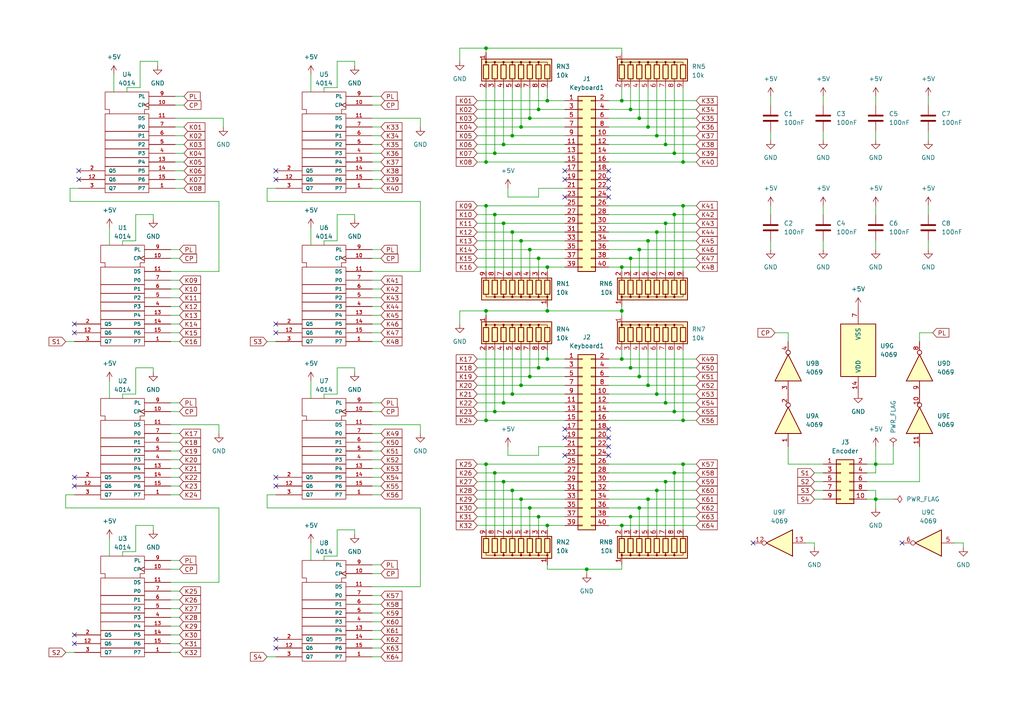
<source format=kicad_sch>
(kicad_sch (version 20211123) (generator eeschema)
  (paper "A4")
  (lib_symbols
    (symbol "4xxx:4069" (pin_names (offset 1.016))
      (property "Reference" "U" (at 0 1.27 0))
      (property "Value" "4069" (at 0 -1.27 0))
      (symbol "4069_1_0"
        (pin input line (at -7.62 0 0) (length 3.81) (name "~") (number "1"))
        (pin output inverted (at 7.62 0 180) (length 3.81) (name "~") (number "2"))
      )
      (symbol "4069_2_0"
        (pin input line (at -7.62 0 0) (length 3.81) (name "~") (number "3"))
        (pin output inverted (at 7.62 0 180) (length 3.81) (name "~") (number "4"))
      )
      (symbol "4069_3_0"
        (pin input line (at -7.62 0 0) (length 3.81) (name "~") (number "5"))
        (pin output inverted (at 7.62 0 180) (length 3.81) (name "~") (number "6"))
      )
      (symbol "4069_4_0"
        (pin output inverted (at 7.62 0 180) (length 3.81) (name "~") (number "8"))
        (pin input line (at -7.62 0 0) (length 3.81) (name "~") (number "9"))
      )
      (symbol "4069_5_0"
        (pin output inverted (at 7.62 0 180) (length 3.81) (name "~") (number "10"))
        (pin input line (at -7.62 0 0) (length 3.81) (name "~") (number "11"))
      )
      (symbol "4069_6_0"
        (pin output inverted (at 7.62 0 180) (length 3.81) (name "~") (number "12"))
        (pin input line (at -7.62 0 0) (length 3.81) (name "~") (number "13"))
      )
      (symbol "4069_7_0"
        (pin power_in line (at 0 12.7 270) (length 5.08) (name "VDD") (number "14"))
        (pin power_in line (at 0 -12.7 90) (length 5.08) (name "VSS") (number "7"))
      )
    )
    (symbol "4xxx_IEEE:4014" (pin_names (offset 1.016))
      (property "Reference" "U" (at 7.62 7.62 0))
      (property "Value" "4014" (at 7.62 -21.59 0))
      (symbol "4014_1_1"
        (pin input line (at -13.97 -19.05 0) (length 7.62) (name "P7") (number "1"))
        (pin output clock (at -13.97 5.08 0) (length 7.62) (name "CP") (number "10"))
        (pin output line (at -13.97 1.27 0) (length 7.62) (name "DS") (number "11"))
        (pin output line (at 13.97 -16.51 180) (length 7.62) (name "Q6") (number "12"))
        (pin input line (at -13.97 -11.43 0) (length 7.62) (name "P4") (number "13"))
        (pin input line (at -13.97 -13.97 0) (length 7.62) (name "P5") (number "14"))
        (pin input line (at -13.97 -16.51 0) (length 7.62) (name "P6") (number "15"))
        (pin power_in line (at 3.81 8.89 270) (length 0) hide (name "Vdd") (number "16"))
        (pin output line (at 13.97 -13.97 180) (length 7.62) (name "Q5") (number "2"))
        (pin output line (at 13.97 -19.05 180) (length 7.62) (name "Q7") (number "3"))
        (pin input line (at -13.97 -8.89 0) (length 7.62) (name "P3") (number "4"))
        (pin input line (at -13.97 -6.35 0) (length 7.62) (name "P2") (number "5"))
        (pin input line (at -13.97 -3.81 0) (length 7.62) (name "P1") (number "6"))
        (pin input line (at -13.97 -1.27 0) (length 7.62) (name "P0") (number "7"))
        (pin power_in line (at 0 8.89 270) (length 0) hide (name "Vss") (number "8"))
        (pin output line (at -13.97 7.62 0) (length 7.62) (name "PL") (number "9"))
      )
    )
    (symbol "Connector_Generic:Conn_02x05_Odd_Even" (pin_names (offset 1.016) hide)
      (property "Reference" "J" (at 1.27 7.62 0))
      (property "Value" "Conn_02x05_Odd_Even" (at 1.27 -7.62 0))
      (symbol "Conn_02x05_Odd_Even_1_1"
        (pin passive line (at -5.08 5.08 0) (length 3.81) (name "Pin_1") (number "1"))
        (pin passive line (at 7.62 -5.08 180) (length 3.81) (name "Pin_10") (number "10"))
        (pin passive line (at 7.62 5.08 180) (length 3.81) (name "Pin_2") (number "2"))
        (pin passive line (at -5.08 2.54 0) (length 3.81) (name "Pin_3") (number "3"))
        (pin passive line (at 7.62 2.54 180) (length 3.81) (name "Pin_4") (number "4"))
        (pin passive line (at -5.08 0 0) (length 3.81) (name "Pin_5") (number "5"))
        (pin passive line (at 7.62 0 180) (length 3.81) (name "Pin_6") (number "6"))
        (pin passive line (at -5.08 -2.54 0) (length 3.81) (name "Pin_7") (number "7"))
        (pin passive line (at 7.62 -2.54 180) (length 3.81) (name "Pin_8") (number "8"))
        (pin passive line (at -5.08 -5.08 0) (length 3.81) (name "Pin_9") (number "9"))
      )
    )
    (symbol "Connector_Generic:Conn_02x20_Odd_Even" (pin_names (offset 1.016) hide)
      (property "Reference" "J" (at 1.27 25.4 0))
      (property "Value" "Conn_02x20_Odd_Even" (at 1.27 -27.94 0))
      (symbol "Conn_02x20_Odd_Even_1_1"
        (pin passive line (at -5.08 22.86 0) (length 3.81) (name "Pin_1") (number "1"))
        (pin passive line (at 7.62 12.7 180) (length 3.81) (name "Pin_10") (number "10"))
        (pin passive line (at -5.08 10.16 0) (length 3.81) (name "Pin_11") (number "11"))
        (pin passive line (at 7.62 10.16 180) (length 3.81) (name "Pin_12") (number "12"))
        (pin passive line (at -5.08 7.62 0) (length 3.81) (name "Pin_13") (number "13"))
        (pin passive line (at 7.62 7.62 180) (length 3.81) (name "Pin_14") (number "14"))
        (pin passive line (at -5.08 5.08 0) (length 3.81) (name "Pin_15") (number "15"))
        (pin passive line (at 7.62 5.08 180) (length 3.81) (name "Pin_16") (number "16"))
        (pin passive line (at -5.08 2.54 0) (length 3.81) (name "Pin_17") (number "17"))
        (pin passive line (at 7.62 2.54 180) (length 3.81) (name "Pin_18") (number "18"))
        (pin passive line (at -5.08 0 0) (length 3.81) (name "Pin_19") (number "19"))
        (pin passive line (at 7.62 22.86 180) (length 3.81) (name "Pin_2") (number "2"))
        (pin passive line (at 7.62 0 180) (length 3.81) (name "Pin_20") (number "20"))
        (pin passive line (at -5.08 -2.54 0) (length 3.81) (name "Pin_21") (number "21"))
        (pin passive line (at 7.62 -2.54 180) (length 3.81) (name "Pin_22") (number "22"))
        (pin passive line (at -5.08 -5.08 0) (length 3.81) (name "Pin_23") (number "23"))
        (pin passive line (at 7.62 -5.08 180) (length 3.81) (name "Pin_24") (number "24"))
        (pin passive line (at -5.08 -7.62 0) (length 3.81) (name "Pin_25") (number "25"))
        (pin passive line (at 7.62 -7.62 180) (length 3.81) (name "Pin_26") (number "26"))
        (pin passive line (at -5.08 -10.16 0) (length 3.81) (name "Pin_27") (number "27"))
        (pin passive line (at 7.62 -10.16 180) (length 3.81) (name "Pin_28") (number "28"))
        (pin passive line (at -5.08 -12.7 0) (length 3.81) (name "Pin_29") (number "29"))
        (pin passive line (at -5.08 20.32 0) (length 3.81) (name "Pin_3") (number "3"))
        (pin passive line (at 7.62 -12.7 180) (length 3.81) (name "Pin_30") (number "30"))
        (pin passive line (at -5.08 -15.24 0) (length 3.81) (name "Pin_31") (number "31"))
        (pin passive line (at 7.62 -15.24 180) (length 3.81) (name "Pin_32") (number "32"))
        (pin passive line (at -5.08 -17.78 0) (length 3.81) (name "Pin_33") (number "33"))
        (pin passive line (at 7.62 -17.78 180) (length 3.81) (name "Pin_34") (number "34"))
        (pin passive line (at -5.08 -20.32 0) (length 3.81) (name "Pin_35") (number "35"))
        (pin passive line (at 7.62 -20.32 180) (length 3.81) (name "Pin_36") (number "36"))
        (pin passive line (at -5.08 -22.86 0) (length 3.81) (name "Pin_37") (number "37"))
        (pin passive line (at 7.62 -22.86 180) (length 3.81) (name "Pin_38") (number "38"))
        (pin passive line (at -5.08 -25.4 0) (length 3.81) (name "Pin_39") (number "39"))
        (pin passive line (at 7.62 20.32 180) (length 3.81) (name "Pin_4") (number "4"))
        (pin passive line (at 7.62 -25.4 180) (length 3.81) (name "Pin_40") (number "40"))
        (pin passive line (at -5.08 17.78 0) (length 3.81) (name "Pin_5") (number "5"))
        (pin passive line (at 7.62 17.78 180) (length 3.81) (name "Pin_6") (number "6"))
        (pin passive line (at -5.08 15.24 0) (length 3.81) (name "Pin_7") (number "7"))
        (pin passive line (at 7.62 15.24 180) (length 3.81) (name "Pin_8") (number "8"))
        (pin passive line (at -5.08 12.7 0) (length 3.81) (name "Pin_9") (number "9"))
      )
    )
    (symbol "Device:C" (pin_numbers hide) (pin_names (offset 0.254))
      (property "Reference" "C" (at 0.635 2.54 0))
      (property "Value" "C" (at 0.635 -2.54 0))
      (symbol "C_1_1"
        (pin passive line (at 0 3.81 270) (length 2.794) (name "~") (number "1"))
        (pin passive line (at 0 -3.81 90) (length 2.794) (name "~") (number "2"))
      )
    )
    (symbol "Device:R_Network08" (pin_names (offset 0) hide)
      (property "Reference" "RN" (at -12.7 0 90))
      (property "Value" "R_Network08" (at 10.16 0 90))
      (symbol "R_Network08_1_1"
        (pin passive line (at -10.16 5.08 270) (length 2.54) (name "common") (number "1"))
        (pin passive line (at -10.16 -5.08 90) (length 1.27) (name "R1") (number "2"))
        (pin passive line (at -7.62 -5.08 90) (length 1.27) (name "R2") (number "3"))
        (pin passive line (at -5.08 -5.08 90) (length 1.27) (name "R3") (number "4"))
        (pin passive line (at -2.54 -5.08 90) (length 1.27) (name "R4") (number "5"))
        (pin passive line (at 0 -5.08 90) (length 1.27) (name "R5") (number "6"))
        (pin passive line (at 2.54 -5.08 90) (length 1.27) (name "R6") (number "7"))
        (pin passive line (at 5.08 -5.08 90) (length 1.27) (name "R7") (number "8"))
        (pin passive line (at 7.62 -5.08 90) (length 1.27) (name "R8") (number "9"))
      )
    )
    (symbol "power:+5V" (power) (pin_names (offset 0))
      (property "Value" "+5V" (at 0 3.556 0))
      (symbol "+5V_1_1"
        (pin power_in line (at 0 0 90) (length 0) hide (name "+5V") (number "1"))
      )
    )
    (symbol "power:GND" (power) (pin_names (offset 0))
      (property "Value" "GND" (at 0 -3.81 0))
      (symbol "GND_1_1"
        (pin power_in line (at 0 0 270) (length 0) hide (name "GND") (number "1"))
      )
    )
    (symbol "power:PWR_FLAG" (power) (pin_numbers hide) (pin_names (offset 0) hide)
      (property "Value" "PWR_FLAG" (at 0 3.81 0))
      (symbol "PWR_FLAG_0_0"
        (pin power_out line (at 0 0 90) (length 0) (name "pwr") (number "1"))
      )
    )
  )
  (junction (at 156.21 149.86))
  (junction (at 195.58 62.23))
  (junction (at 198.12 46.99))
  (junction (at 158.75 104.14))
  (junction (at 193.04 64.77))
  (junction (at 148.59 142.24))
  (junction (at 180.34 29.21))
  (junction (at 158.75 90.17))
  (junction (at 156.21 74.93))
  (junction (at 195.58 137.16))
  (junction (at 143.51 119.38))
  (junction (at 195.58 119.38))
  (junction (at 182.88 149.86))
  (junction (at 151.13 36.83))
  (junction (at 153.67 147.32))
  (junction (at 185.42 109.22))
  (junction (at 185.42 72.39))
  (junction (at 170.18 165.1))
  (junction (at 190.5 67.31))
  (junction (at 146.05 41.91))
  (junction (at 198.12 59.69))
  (junction (at 187.96 111.76))
  (junction (at 143.51 137.16))
  (junction (at 254 134.62))
  (junction (at 190.5 39.37))
  (junction (at 185.42 147.32))
  (junction (at 143.51 62.23))
  (junction (at 140.97 59.69))
  (junction (at 151.13 111.76))
  (junction (at 143.51 44.45))
  (junction (at 151.13 144.78))
  (junction (at 190.5 114.3))
  (junction (at 190.5 142.24))
  (junction (at 193.04 116.84))
  (junction (at 187.96 144.78))
  (junction (at 195.58 44.45))
  (junction (at 180.34 152.4))
  (junction (at 153.67 34.29))
  (junction (at 185.42 34.29))
  (junction (at 148.59 39.37))
  (junction (at 153.67 72.39))
  (junction (at 182.88 31.75))
  (junction (at 156.21 106.68))
  (junction (at 158.75 152.4))
  (junction (at 146.05 64.77))
  (junction (at 182.88 106.68))
  (junction (at 158.75 29.21))
  (junction (at 193.04 139.7))
  (junction (at 158.75 77.47))
  (junction (at 148.59 67.31))
  (junction (at 146.05 116.84))
  (junction (at 198.12 121.92))
  (junction (at 140.97 46.99))
  (junction (at 146.05 139.7))
  (junction (at 156.21 31.75))
  (junction (at 140.97 134.62))
  (junction (at 148.59 114.3))
  (junction (at 254 144.78))
  (junction (at 187.96 36.83))
  (junction (at 187.96 69.85))
  (junction (at 153.67 109.22))
  (junction (at 140.97 90.17))
  (junction (at 180.34 90.17))
  (junction (at 180.34 77.47))
  (junction (at 140.97 121.92))
  (junction (at 180.34 104.14))
  (junction (at 151.13 69.85))
  (junction (at 198.12 134.62))
  (junction (at 182.88 74.93))
  (junction (at 193.04 41.91))
  (junction (at 140.97 13.97))
  (no_connect (at 80.01 93.98))
  (no_connect (at 80.01 138.43))
  (no_connect (at 80.01 140.97))
  (no_connect (at 261.62 157.48))
  (no_connect (at 218.44 157.48))
  (no_connect (at 21.59 96.52))
  (no_connect (at 163.83 57.15))
  (no_connect (at 163.83 49.53))
  (no_connect (at 163.83 52.07))
  (no_connect (at 176.53 57.15))
  (no_connect (at 176.53 54.61))
  (no_connect (at 176.53 49.53))
  (no_connect (at 176.53 124.46))
  (no_connect (at 176.53 132.08))
  (no_connect (at 176.53 129.54))
  (no_connect (at 163.83 124.46))
  (no_connect (at 163.83 127))
  (no_connect (at 163.83 132.08))
  (no_connect (at 22.86 52.07))
  (no_connect (at 22.86 49.53))
  (no_connect (at 80.01 52.07))
  (no_connect (at 80.01 185.42))
  (no_connect (at 21.59 93.98))
  (no_connect (at 80.01 49.53))
  (no_connect (at 176.53 127))
  (no_connect (at 80.01 187.96))
  (no_connect (at 21.59 186.69))
  (no_connect (at 80.01 96.52))
  (no_connect (at 21.59 138.43))
  (no_connect (at 21.59 184.15))
  (no_connect (at 21.59 140.97))
  (no_connect (at 176.53 52.07))
  (wire (pts (xy 50.8 46.99) (xy 53.34 46.99)))
  (wire (pts (xy 107.95 91.44) (xy 110.49 91.44)))
  (wire (pts (xy 40.64 17.78) (xy 45.72 17.78)))
  (wire (pts (xy 50.8 27.94) (xy 53.34 27.94)))
  (wire (pts (xy 80.01 54.61) (xy 77.47 54.61)))
  (wire (pts (xy 107.95 143.51) (xy 110.49 143.51)))
  (wire (pts (xy 49.53 176.53) (xy 52.07 176.53)))
  (wire (pts (xy 176.53 144.78) (xy 187.96 144.78)))
  (wire (pts (xy 187.96 111.76) (xy 201.93 111.76)))
  (wire (pts (xy 158.75 153.67) (xy 158.75 152.4)))
  (wire (pts (xy 195.58 62.23) (xy 201.93 62.23)))
  (wire (pts (xy 180.34 77.47) (xy 176.53 77.47)))
  (wire (pts (xy 193.04 116.84) (xy 201.93 116.84)))
  (wire (pts (xy 269.24 38.1) (xy 269.24 40.64)))
  (wire (pts (xy 107.95 138.43) (xy 110.49 138.43)))
  (wire (pts (xy 93.98 161.29) (xy 97.79 161.29)))
  (wire (pts (xy 195.58 78.74) (xy 195.58 62.23)))
  (wire (pts (xy 77.47 54.61) (xy 77.47 58.42)))
  (wire (pts (xy 190.5 67.31) (xy 176.53 67.31)))
  (wire (pts (xy 163.83 121.92) (xy 140.97 121.92)))
  (wire (pts (xy 107.95 27.94) (xy 110.49 27.94)))
  (wire (pts (xy 170.18 165.1) (xy 158.75 165.1)))
  (wire (pts (xy 49.53 123.19) (xy 63.5 123.19)))
  (wire (pts (xy 187.96 69.85) (xy 201.93 69.85)))
  (wire (pts (xy 49.53 184.15) (xy 52.07 184.15)))
  (wire (pts (xy 153.67 34.29) (xy 153.67 25.4)))
  (wire (pts (xy 251.46 139.7) (xy 266.7 139.7)))
  (wire (pts (xy 107.95 99.06) (xy 110.49 99.06)))
  (wire (pts (xy 138.43 46.99) (xy 140.97 46.99)))
  (wire (pts (xy 50.8 30.48) (xy 53.34 30.48)))
  (wire (pts (xy 97.79 69.85) (xy 97.79 62.23)))
  (wire (pts (xy 107.95 140.97) (xy 110.49 140.97)))
  (wire (pts (xy 49.53 99.06) (xy 52.07 99.06)))
  (wire (pts (xy 138.43 29.21) (xy 158.75 29.21)))
  (wire (pts (xy 63.5 147.32) (xy 63.5 168.91)))
  (wire (pts (xy 254 144.78) (xy 251.46 144.78)))
  (wire (pts (xy 254 144.78) (xy 259.08 144.78)))
  (wire (pts (xy 180.34 90.17) (xy 180.34 88.9)))
  (wire (pts (xy 80.01 143.51) (xy 77.47 143.51)))
  (wire (pts (xy 156.21 106.68) (xy 156.21 101.6)))
  (wire (pts (xy 138.43 109.22) (xy 153.67 109.22)))
  (wire (pts (xy 176.53 104.14) (xy 180.34 104.14)))
  (wire (pts (xy 138.43 139.7) (xy 146.05 139.7)))
  (wire (pts (xy 49.53 173.99) (xy 52.07 173.99)))
  (wire (pts (xy 19.05 143.51) (xy 19.05 147.32)))
  (wire (pts (xy 176.53 31.75) (xy 182.88 31.75)))
  (wire (pts (xy 185.42 34.29) (xy 201.93 34.29)))
  (wire (pts (xy 187.96 111.76) (xy 187.96 101.6)))
  (wire (pts (xy 107.95 39.37) (xy 110.49 39.37)))
  (wire (pts (xy 138.43 62.23) (xy 143.51 62.23)))
  (wire (pts (xy 107.95 190.5) (xy 110.49 190.5)))
  (wire (pts (xy 185.42 109.22) (xy 201.93 109.22)))
  (wire (pts (xy 187.96 144.78) (xy 187.96 153.67)))
  (wire (pts (xy 49.53 165.1) (xy 52.07 165.1)))
  (wire (pts (xy 36.83 26.67) (xy 36.83 25.4)))
  (wire (pts (xy 146.05 41.91) (xy 146.05 25.4)))
  (wire (pts (xy 156.21 31.75) (xy 156.21 25.4)))
  (wire (pts (xy 193.04 64.77) (xy 201.93 64.77)))
  (wire (pts (xy 198.12 134.62) (xy 198.12 153.67)))
  (wire (pts (xy 35.56 71.12) (xy 35.56 69.85)))
  (wire (pts (xy 138.43 64.77) (xy 146.05 64.77)))
  (wire (pts (xy 266.7 96.52) (xy 270.51 96.52)))
  (wire (pts (xy 163.83 36.83) (xy 151.13 36.83)))
  (wire (pts (xy 236.22 142.24) (xy 238.76 142.24)))
  (wire (pts (xy 40.64 25.4) (xy 40.64 17.78)))
  (wire (pts (xy 138.43 121.92) (xy 140.97 121.92)))
  (wire (pts (xy 195.58 62.23) (xy 176.53 62.23)))
  (wire (pts (xy 269.24 27.94) (xy 269.24 30.48)))
  (wire (pts (xy 140.97 121.92) (xy 140.97 101.6)))
  (wire (pts (xy 251.46 142.24) (xy 254 142.24)))
  (wire (pts (xy 107.95 166.37) (xy 110.49 166.37)))
  (wire (pts (xy 49.53 130.81) (xy 52.07 130.81)))
  (wire (pts (xy 90.17 110.49) (xy 90.17 115.57)))
  (wire (pts (xy 50.8 52.07) (xy 53.34 52.07)))
  (wire (pts (xy 236.22 139.7) (xy 238.76 139.7)))
  (wire (pts (xy 266.7 99.06) (xy 266.7 96.52)))
  (wire (pts (xy 158.75 78.74) (xy 158.75 77.47)))
  (wire (pts (xy 138.43 41.91) (xy 146.05 41.91)))
  (wire (pts (xy 254 38.1) (xy 254 40.64)))
  (wire (pts (xy 138.43 104.14) (xy 158.75 104.14)))
  (wire (pts (xy 143.51 44.45) (xy 143.51 25.4)))
  (wire (pts (xy 236.22 157.48) (xy 233.68 157.48)))
  (wire (pts (xy 44.45 62.23) (xy 44.45 63.5)))
  (wire (pts (xy 138.43 69.85) (xy 151.13 69.85)))
  (wire (pts (xy 254 142.24) (xy 254 144.78)))
  (wire (pts (xy 107.95 172.72) (xy 110.49 172.72)))
  (wire (pts (xy 133.35 17.78) (xy 133.35 13.97)))
  (wire (pts (xy 223.52 27.94) (xy 223.52 30.48)))
  (wire (pts (xy 180.34 152.4) (xy 201.93 152.4)))
  (wire (pts (xy 97.79 161.29) (xy 97.79 153.67)))
  (wire (pts (xy 153.67 147.32) (xy 163.83 147.32)))
  (wire (pts (xy 176.53 147.32) (xy 185.42 147.32)))
  (wire (pts (xy 80.01 99.06) (xy 77.47 99.06)))
  (wire (pts (xy 176.53 137.16) (xy 195.58 137.16)))
  (wire (pts (xy 140.97 134.62) (xy 163.83 134.62)))
  (wire (pts (xy 187.96 69.85) (xy 187.96 78.74)))
  (wire (pts (xy 193.04 139.7) (xy 193.04 153.67)))
  (wire (pts (xy 143.51 119.38) (xy 143.51 101.6)))
  (wire (pts (xy 238.76 69.85) (xy 238.76 72.39)))
  (wire (pts (xy 201.93 106.68) (xy 182.88 106.68)))
  (wire (pts (xy 107.95 116.84) (xy 110.49 116.84)))
  (wire (pts (xy 121.92 78.74) (xy 107.95 78.74)))
  (wire (pts (xy 107.95 52.07) (xy 110.49 52.07)))
  (wire (pts (xy 185.42 109.22) (xy 185.42 101.6)))
  (wire (pts (xy 140.97 13.97) (xy 180.34 13.97)))
  (wire (pts (xy 163.83 111.76) (xy 151.13 111.76)))
  (wire (pts (xy 151.13 78.74) (xy 151.13 69.85)))
  (wire (pts (xy 228.6 129.54) (xy 228.6 134.62)))
  (wire (pts (xy 156.21 132.08) (xy 156.21 129.54)))
  (wire (pts (xy 170.18 165.1) (xy 170.18 166.37)))
  (wire (pts (xy 50.8 39.37) (xy 53.34 39.37)))
  (wire (pts (xy 107.95 44.45) (xy 110.49 44.45)))
  (wire (pts (xy 201.93 44.45) (xy 195.58 44.45)))
  (wire (pts (xy 21.59 143.51) (xy 19.05 143.51)))
  (wire (pts (xy 138.43 106.68) (xy 156.21 106.68)))
  (wire (pts (xy 182.88 149.86) (xy 201.93 149.86)))
  (wire (pts (xy 97.79 62.23) (xy 102.87 62.23)))
  (wire (pts (xy 190.5 67.31) (xy 201.93 67.31)))
  (wire (pts (xy 77.47 58.42) (xy 121.92 58.42)))
  (wire (pts (xy 138.43 74.93) (xy 156.21 74.93)))
  (wire (pts (xy 20.32 54.61) (xy 20.32 58.42)))
  (wire (pts (xy 163.83 41.91) (xy 146.05 41.91)))
  (wire (pts (xy 163.83 46.99) (xy 140.97 46.99)))
  (wire (pts (xy 187.96 36.83) (xy 201.93 36.83)))
  (wire (pts (xy 279.4 158.75) (xy 279.4 157.48)))
  (wire (pts (xy 140.97 153.67) (xy 140.97 134.62)))
  (wire (pts (xy 107.95 36.83) (xy 110.49 36.83)))
  (wire (pts (xy 77.47 143.51) (xy 77.47 147.32)))
  (wire (pts (xy 198.12 121.92) (xy 201.93 121.92)))
  (wire (pts (xy 49.53 181.61) (xy 52.07 181.61)))
  (wire (pts (xy 223.52 38.1) (xy 223.52 40.64)))
  (wire (pts (xy 182.88 31.75) (xy 182.88 25.4)))
  (wire (pts (xy 176.53 29.21) (xy 180.34 29.21)))
  (wire (pts (xy 107.95 86.36) (xy 110.49 86.36)))
  (wire (pts (xy 138.43 144.78) (xy 151.13 144.78)))
  (wire (pts (xy 143.51 62.23) (xy 163.83 62.23)))
  (wire (pts (xy 93.98 115.57) (xy 93.98 114.3)))
  (wire (pts (xy 148.59 142.24) (xy 163.83 142.24)))
  (wire (pts (xy 163.83 116.84) (xy 146.05 116.84)))
  (wire (pts (xy 49.53 86.36) (xy 52.07 86.36)))
  (wire (pts (xy 228.6 96.52) (xy 224.79 96.52)))
  (wire (pts (xy 180.34 29.21) (xy 201.93 29.21)))
  (wire (pts (xy 33.02 21.59) (xy 33.02 26.67)))
  (wire (pts (xy 195.58 101.6) (xy 195.58 119.38)))
  (wire (pts (xy 49.53 119.38) (xy 52.07 119.38)))
  (wire (pts (xy 107.95 34.29) (xy 121.92 34.29)))
  (wire (pts (xy 198.12 59.69) (xy 201.93 59.69)))
  (wire (pts (xy 182.88 74.93) (xy 201.93 74.93)))
  (wire (pts (xy 195.58 153.67) (xy 195.58 137.16)))
  (wire (pts (xy 254 134.62) (xy 251.46 134.62)))
  (wire (pts (xy 138.43 36.83) (xy 151.13 36.83)))
  (wire (pts (xy 259.08 129.54) (xy 259.08 134.62)))
  (wire (pts (xy 138.43 134.62) (xy 140.97 134.62)))
  (wire (pts (xy 107.95 187.96) (xy 110.49 187.96)))
  (wire (pts (xy 50.8 41.91) (xy 53.34 41.91)))
  (wire (pts (xy 138.43 34.29) (xy 153.67 34.29)))
  (wire (pts (xy 143.51 78.74) (xy 143.51 62.23)))
  (wire (pts (xy 97.79 106.68) (xy 102.87 106.68)))
  (wire (pts (xy 21.59 99.06) (xy 19.05 99.06)))
  (wire (pts (xy 50.8 54.61) (xy 53.34 54.61)))
  (wire (pts (xy 193.04 41.91) (xy 201.93 41.91)))
  (wire (pts (xy 279.4 157.48) (xy 276.86 157.48)))
  (wire (pts (xy 158.75 90.17) (xy 180.34 90.17)))
  (wire (pts (xy 140.97 46.99) (xy 140.97 25.4)))
  (wire (pts (xy 156.21 57.15) (xy 156.21 54.61)))
  (wire (pts (xy 49.53 96.52) (xy 52.07 96.52)))
  (wire (pts (xy 182.88 101.6) (xy 182.88 106.68)))
  (wire (pts (xy 254 137.16) (xy 254 134.62)))
  (wire (pts (xy 97.79 17.78) (xy 102.87 17.78)))
  (wire (pts (xy 97.79 153.67) (xy 102.87 153.67)))
  (wire (pts (xy 49.53 83.82) (xy 52.07 83.82)))
  (wire (pts (xy 236.22 144.78) (xy 238.76 144.78)))
  (wire (pts (xy 49.53 72.39) (xy 52.07 72.39)))
  (wire (pts (xy 140.97 90.17) (xy 158.75 90.17)))
  (wire (pts (xy 138.43 44.45) (xy 143.51 44.45)))
  (wire (pts (xy 148.59 78.74) (xy 148.59 67.31)))
  (wire (pts (xy 251.46 137.16) (xy 254 137.16)))
  (wire (pts (xy 236.22 137.16) (xy 238.76 137.16)))
  (wire (pts (xy 93.98 25.4) (xy 97.79 25.4)))
  (wire (pts (xy 156.21 153.67) (xy 156.21 149.86)))
  (wire (pts (xy 163.83 44.45) (xy 143.51 44.45)))
  (wire (pts (xy 156.21 54.61) (xy 163.83 54.61)))
  (wire (pts (xy 153.67 153.67) (xy 153.67 147.32)))
  (wire (pts (xy 176.53 134.62) (xy 198.12 134.62)))
  (wire (pts (xy 49.53 116.84) (xy 52.07 116.84)))
  (wire (pts (xy 147.32 57.15) (xy 156.21 57.15)))
  (wire (pts (xy 176.53 114.3) (xy 190.5 114.3)))
  (wire (pts (xy 107.95 81.28) (xy 110.49 81.28)))
  (wire (pts (xy 35.56 69.85) (xy 39.37 69.85)))
  (wire (pts (xy 176.53 152.4) (xy 180.34 152.4)))
  (wire (pts (xy 80.01 190.5) (xy 77.47 190.5)))
  (wire (pts (xy 107.95 119.38) (xy 110.49 119.38)))
  (wire (pts (xy 254 147.32) (xy 254 144.78)))
  (wire (pts (xy 146.05 64.77) (xy 163.83 64.77)))
  (wire (pts (xy 49.53 125.73) (xy 52.07 125.73)))
  (wire (pts (xy 102.87 153.67) (xy 102.87 154.94)))
  (wire (pts (xy 50.8 44.45) (xy 53.34 44.45)))
  (wire (pts (xy 143.51 153.67) (xy 143.51 137.16)))
  (wire (pts (xy 64.77 36.83) (xy 64.77 34.29)))
  (wire (pts (xy 107.95 72.39) (xy 110.49 72.39)))
  (wire (pts (xy 49.53 91.44) (xy 52.07 91.44)))
  (wire (pts (xy 138.43 111.76) (xy 151.13 111.76)))
  (wire (pts (xy 49.53 74.93) (xy 52.07 74.93)))
  (wire (pts (xy 97.79 114.3) (xy 97.79 106.68)))
  (wire (pts (xy 138.43 39.37) (xy 148.59 39.37)))
  (wire (pts (xy 107.95 74.93) (xy 110.49 74.93)))
  (wire (pts (xy 107.95 54.61) (xy 110.49 54.61)))
  (wire (pts (xy 49.53 128.27) (xy 52.07 128.27)))
  (wire (pts (xy 176.53 46.99) (xy 198.12 46.99)))
  (wire (pts (xy 49.53 179.07) (xy 52.07 179.07)))
  (wire (pts (xy 39.37 160.02) (xy 39.37 152.4)))
  (wire (pts (xy 163.83 104.14) (xy 158.75 104.14)))
  (wire (pts (xy 107.95 135.89) (xy 110.49 135.89)))
  (wire (pts (xy 153.67 109.22) (xy 153.67 101.6)))
  (wire (pts (xy 49.53 135.89) (xy 52.07 135.89)))
  (wire (pts (xy 254 59.69) (xy 254 62.23)))
  (wire (pts (xy 138.43 31.75) (xy 156.21 31.75)))
  (wire (pts (xy 259.08 134.62) (xy 254 134.62)))
  (wire (pts (xy 176.53 149.86) (xy 182.88 149.86)))
  (wire (pts (xy 176.53 116.84) (xy 193.04 116.84)))
  (wire (pts (xy 49.53 138.43) (xy 52.07 138.43)))
  (wire (pts (xy 147.32 132.08) (xy 156.21 132.08)))
  (wire (pts (xy 35.56 115.57) (xy 35.56 114.3)))
  (wire (pts (xy 138.43 116.84) (xy 146.05 116.84)))
  (wire (pts (xy 50.8 49.53) (xy 53.34 49.53)))
  (wire (pts (xy 146.05 153.67) (xy 146.05 139.7)))
  (wire (pts (xy 185.42 153.67) (xy 185.42 147.32)))
  (wire (pts (xy 50.8 34.29) (xy 64.77 34.29)))
  (wire (pts (xy 193.04 139.7) (xy 201.93 139.7)))
  (wire (pts (xy 107.95 83.82) (xy 110.49 83.82)))
  (wire (pts (xy 93.98 26.67) (xy 93.98 25.4)))
  (wire (pts (xy 238.76 27.94) (xy 238.76 30.48)))
  (wire (pts (xy 44.45 152.4) (xy 44.45 153.67)))
  (wire (pts (xy 107.95 88.9) (xy 110.49 88.9)))
  (wire (pts (xy 195.58 137.16) (xy 201.93 137.16)))
  (wire (pts (xy 138.43 119.38) (xy 143.51 119.38)))
  (wire (pts (xy 198.12 121.92) (xy 198.12 101.6)))
  (wire (pts (xy 190.5 142.24) (xy 201.93 142.24)))
  (wire (pts (xy 254 129.54) (xy 254 134.62)))
  (wire (pts (xy 39.37 106.68) (xy 44.45 106.68)))
  (wire (pts (xy 195.58 119.38) (xy 201.93 119.38)))
  (wire (pts (xy 31.75 110.49) (xy 31.75 115.57)))
  (wire (pts (xy 254 27.94) (xy 254 30.48)))
  (wire (pts (xy 158.75 77.47) (xy 163.83 77.47)))
  (wire (pts (xy 19.05 147.32) (xy 63.5 147.32)))
  (wire (pts (xy 107.95 185.42) (xy 110.49 185.42)))
  (wire (pts (xy 90.17 66.04) (xy 90.17 71.12)))
  (wire (pts (xy 163.83 109.22) (xy 153.67 109.22)))
  (wire (pts (xy 182.88 74.93) (xy 182.88 78.74)))
  (wire (pts (xy 176.53 121.92) (xy 198.12 121.92)))
  (wire (pts (xy 198.12 59.69) (xy 198.12 78.74)))
  (wire (pts (xy 133.35 90.17) (xy 140.97 90.17)))
  (wire (pts (xy 146.05 116.84) (xy 146.05 101.6)))
  (wire (pts (xy 156.21 74.93) (xy 163.83 74.93)))
  (wire (pts (xy 140.97 78.74) (xy 140.97 59.69)))
  (wire (pts (xy 107.95 93.98) (xy 110.49 93.98)))
  (wire (pts (xy 198.12 46.99) (xy 201.93 46.99)))
  (wire (pts (xy 49.53 186.69) (xy 52.07 186.69)))
  (wire (pts (xy 49.53 189.23) (xy 52.07 189.23)))
  (wire (pts (xy 151.13 101.6) (xy 151.13 111.76)))
  (wire (pts (xy 138.43 72.39) (xy 153.67 72.39)))
  (wire (pts (xy 156.21 129.54) (xy 163.83 129.54)))
  (wire (pts (xy 190.5 39.37) (xy 201.93 39.37)))
  (wire (pts (xy 163.83 114.3) (xy 148.59 114.3)))
  (wire (pts (xy 176.53 74.93) (xy 182.88 74.93)))
  (wire (pts (xy 163.83 34.29) (xy 153.67 34.29)))
  (wire (pts (xy 140.97 59.69) (xy 163.83 59.69)))
  (wire (pts (xy 93.98 114.3) (xy 97.79 114.3)))
  (wire (pts (xy 147.32 54.61) (xy 147.32 57.15)))
  (wire (pts (xy 254 69.85) (xy 254 72.39)))
  (wire (pts (xy 107.95 30.48) (xy 110.49 30.48)))
  (wire (pts (xy 176.53 106.68) (xy 182.88 106.68)))
  (wire (pts (xy 158.75 29.21) (xy 158.75 25.4)))
  (wire (pts (xy 228.6 134.62) (xy 238.76 134.62)))
  (wire (pts (xy 163.83 119.38) (xy 143.51 119.38)))
  (wire (pts (xy 195.58 119.38) (xy 176.53 119.38)))
  (wire (pts (xy 138.43 152.4) (xy 158.75 152.4)))
  (wire (pts (xy 146.05 78.74) (xy 146.05 64.77)))
  (wire (pts (xy 190.5 78.74) (xy 190.5 67.31)))
  (wire (pts (xy 35.56 161.29) (xy 35.56 160.02)))
  (wire (pts (xy 121.92 147.32) (xy 121.92 170.18)))
  (wire (pts (xy 158.75 104.14) (xy 158.75 101.6)))
  (wire (pts (xy 93.98 69.85) (xy 97.79 69.85)))
  (wire (pts (xy 77.47 147.32) (xy 121.92 147.32)))
  (wire (pts (xy 50.8 36.83) (xy 53.34 36.83)))
  (wire (pts (xy 22.86 54.61) (xy 20.32 54.61)))
  (wire (pts (xy 36.83 25.4) (xy 40.64 25.4)))
  (wire (pts (xy 49.53 93.98) (xy 52.07 93.98)))
  (wire (pts (xy 39.37 62.23) (xy 44.45 62.23)))
  (wire (pts (xy 140.97 15.24) (xy 140.97 13.97)))
  (wire (pts (xy 107.95 41.91) (xy 110.49 41.91)))
  (wire (pts (xy 153.67 72.39) (xy 163.83 72.39)))
  (wire (pts (xy 44.45 106.68) (xy 44.45 107.95)))
  (wire (pts (xy 102.87 17.78) (xy 102.87 19.05)))
  (wire (pts (xy 138.43 137.16) (xy 143.51 137.16)))
  (wire (pts (xy 176.53 39.37) (xy 190.5 39.37)))
  (wire (pts (xy 49.53 133.35) (xy 52.07 133.35)))
  (wire (pts (xy 143.51 137.16) (xy 163.83 137.16)))
  (wire (pts (xy 180.34 163.83) (xy 180.34 165.1)))
  (wire (pts (xy 21.59 189.23) (xy 19.05 189.23)))
  (wire (pts (xy 266.7 139.7) (xy 266.7 129.54)))
  (wire (pts (xy 176.53 142.24) (xy 190.5 142.24)))
  (wire (pts (xy 39.37 69.85) (xy 39.37 62.23)))
  (wire (pts (xy 176.53 41.91) (xy 193.04 41.91)))
  (wire (pts (xy 163.83 29.21) (xy 158.75 29.21)))
  (wire (pts (xy 45.72 17.78) (xy 45.72 19.05)))
  (wire (pts (xy 193.04 41.91) (xy 193.04 25.4)))
  (wire (pts (xy 198.12 46.99) (xy 198.12 25.4)))
  (wire (pts (xy 93.98 71.12) (xy 93.98 69.85)))
  (wire (pts (xy 180.34 153.67) (xy 180.34 152.4)))
  (wire (pts (xy 49.53 171.45) (xy 52.07 171.45)))
  (wire (pts (xy 148.59 39.37) (xy 148.59 25.4)))
  (wire (pts (xy 49.53 143.51) (xy 52.07 143.51)))
  (wire (pts (xy 49.53 81.28) (xy 52.07 81.28)))
  (wire (pts (xy 269.24 59.69) (xy 269.24 62.23)))
  (wire (pts (xy 107.95 175.26) (xy 110.49 175.26)))
  (wire (pts (xy 138.43 142.24) (xy 148.59 142.24)))
  (wire (pts (xy 140.97 91.44) (xy 140.97 90.17)))
  (wire (pts (xy 107.95 128.27) (xy 110.49 128.27)))
  (wire (pts (xy 176.53 59.69) (xy 198.12 59.69)))
  (wire (pts (xy 20.32 58.42) (xy 63.5 58.42)))
  (wire (pts (xy 163.83 39.37) (xy 148.59 39.37)))
  (wire (pts (xy 156.21 78.74) (xy 156.21 74.93)))
  (wire (pts (xy 107.95 125.73) (xy 110.49 125.73)))
  (wire (pts (xy 185.42 72.39) (xy 201.93 72.39)))
  (wire (pts (xy 180.34 104.14) (xy 180.34 101.6)))
  (wire (pts (xy 148.59 67.31) (xy 163.83 67.31)))
  (wire (pts (xy 93.98 162.56) (xy 93.98 161.29)))
  (wire (pts (xy 182.88 31.75) (xy 201.93 31.75)))
  (wire (pts (xy 223.52 69.85) (xy 223.52 72.39)))
  (wire (pts (xy 138.43 77.47) (xy 158.75 77.47)))
  (wire (pts (xy 102.87 106.68) (xy 102.87 107.95)))
  (wire (pts (xy 49.53 162.56) (xy 52.07 162.56)))
  (wire (pts (xy 107.95 180.34) (xy 110.49 180.34)))
  (wire (pts (xy 180.34 165.1) (xy 170.18 165.1)))
  (wire (pts (xy 180.34 13.97) (xy 180.34 15.24)))
  (wire (pts (xy 39.37 152.4) (xy 44.45 152.4)))
  (wire (pts (xy 49.53 140.97) (xy 52.07 140.97)))
  (wire (pts (xy 180.34 104.14) (xy 201.93 104.14)))
  (wire (pts (xy 147.32 129.54) (xy 147.32 132.08)))
  (wire (pts (xy 146.05 139.7) (xy 163.83 139.7)))
  (wire (pts (xy 107.95 163.83) (xy 110.49 163.83)))
  (wire (pts (xy 138.43 149.86) (xy 156.21 149.86)))
  (wire (pts (xy 107.95 170.18) (xy 121.92 170.18)))
  (wire (pts (xy 223.52 59.69) (xy 223.52 62.23)))
  (wire (pts (xy 63.5 123.19) (xy 63.5 125.73)))
  (wire (pts (xy 107.95 96.52) (xy 110.49 96.52)))
  (wire (pts (xy 148.59 153.67) (xy 148.59 142.24)))
  (wire (pts (xy 31.75 156.21) (xy 31.75 161.29)))
  (wire (pts (xy 35.56 160.02) (xy 39.37 160.02)))
  (wire (pts (xy 121.92 125.73) (xy 121.92 123.19)))
  (wire (pts (xy 49.53 88.9) (xy 52.07 88.9)))
  (wire (pts (xy 107.95 46.99) (xy 110.49 46.99)))
  (wire (pts (xy 187.96 36.83) (xy 187.96 25.4)))
  (wire (pts (xy 238.76 38.1) (xy 238.76 40.64)))
  (wire (pts (xy 195.58 44.45) (xy 176.53 44.45)))
  (wire (pts (xy 182.88 149.86) (xy 182.88 153.67)))
  (wire (pts (xy 35.56 114.3) (xy 39.37 114.3)))
  (wire (pts (xy 236.22 158.75) (xy 236.22 157.48)))
  (wire (pts (xy 185.42 147.32) (xy 201.93 147.32)))
  (wire (pts (xy 151.13 25.4) (xy 151.13 36.83)))
  (wire (pts (xy 180.34 90.17) (xy 180.34 91.44)))
  (wire (pts (xy 176.53 109.22) (xy 185.42 109.22)))
  (wire (pts (xy 151.13 69.85) (xy 163.83 69.85)))
  (wire (pts (xy 133.35 13.97) (xy 140.97 13.97)))
  (wire (pts (xy 156.21 149.86) (xy 163.83 149.86)))
  (wire (pts (xy 158.75 165.1) (xy 158.75 163.83)))
  (wire (pts (xy 107.95 177.8) (xy 110.49 177.8)))
  (wire (pts (xy 185.42 72.39) (xy 176.53 72.39)))
  (wire (pts (xy 176.53 36.83) (xy 187.96 36.83)))
  (wire (pts (xy 180.34 77.47) (xy 201.93 77.47)))
  (wire (pts (xy 138.43 67.31) (xy 148.59 67.31)))
  (wire (pts (xy 49.53 168.91) (xy 63.5 168.91)))
  (wire (pts (xy 138.43 59.69) (xy 140.97 59.69)))
  (wire (pts (xy 151.13 153.67) (xy 151.13 144.78)))
  (wire (pts (xy 193.04 64.77) (xy 193.04 78.74)))
  (wire (pts (xy 102.87 62.23) (xy 102.87 63.5)))
  (wire (pts (xy 107.95 182.88) (xy 110.49 182.88)))
  (wire (pts (xy 190.5 153.67) (xy 190.5 142.24)))
  (wire (pts (xy 195.58 25.4) (xy 195.58 44.45)))
  (wire (pts (xy 138.43 114.3) (xy 148.59 114.3)))
  (wire (pts (xy 39.37 114.3) (xy 39.37 106.68)))
  (wire (pts (xy 107.95 49.53) (xy 110.49 49.53)))
  (wire (pts (xy 63.5 58.42) (xy 63.5 78.74)))
  (wire (pts (xy 163.83 31.75) (xy 156.21 31.75)))
  (wire (pts (xy 176.53 69.85) (xy 187.96 69.85)))
  (wire (pts (xy 138.43 147.32) (xy 153.67 147.32)))
  (wire (pts (xy 153.67 78.74) (xy 153.67 72.39)))
  (wire (pts (xy 176.53 111.76) (xy 187.96 111.76)))
  (wire (pts (xy 31.75 66.04) (xy 31.75 71.12)))
  (wire (pts (xy 49.53 78.74) (xy 63.5 78.74)))
  (wire (pts (xy 198.12 134.62) (xy 201.93 134.62)))
  (wire (pts (xy 180.34 78.74) (xy 180.34 77.47)))
  (wire (pts (xy 176.53 34.29) (xy 185.42 34.29)))
  (wire (pts (xy 228.6 99.06) (xy 228.6 96.52)))
  (wire (pts (xy 151.13 144.78) (xy 163.83 144.78)))
  (wire (pts (xy 190.5 114.3) (xy 201.93 114.3)))
  (wire (pts (xy 107.95 130.81) (xy 110.49 130.81)))
  (wire (pts (xy 190.5 25.4) (xy 190.5 39.37)))
  (wire (pts (xy 90.17 21.59) (xy 90.17 26.67)))
  (wire (pts (xy 121.92 58.42) (xy 121.92 78.74)))
  (wire (pts (xy 180.34 29.21) (xy 180.34 25.4)))
  (wire (pts (xy 176.53 139.7) (xy 193.04 139.7)))
  (wire (pts (xy 163.83 106.68) (xy 156.21 106.68)))
  (wire (pts (xy 90.17 157.48) (xy 90.17 162.56)))
  (wire (pts (xy 238.76 59.69) (xy 238.76 62.23)))
  (wire (pts (xy 176.53 64.77) (xy 193.04 64.77)))
  (wire (pts (xy 121.92 36.83) (xy 121.92 34.29)))
  (wire (pts (xy 185.42 34.29) (xy 185.42 25.4)))
  (wire (pts (xy 148.59 114.3) (xy 148.59 101.6)))
  (wire (pts (xy 187.96 144.78) (xy 201.93 144.78)))
  (wire (pts (xy 190.5 101.6) (xy 190.5 114.3)))
  (wire (pts (xy 107.95 133.35) (xy 110.49 133.35)))
  (wire (pts (xy 193.04 116.84) (xy 193.04 101.6)))
  (wire (pts (xy 158.75 152.4) (xy 163.83 152.4)))
  (wire (pts (xy 107.95 123.19) (xy 121.92 123.19)))
  (wire (pts (xy 185.42 78.74) (xy 185.42 72.39)))
  (wire (pts (xy 269.24 69.85) (xy 269.24 72.39)))
  (wire (pts (xy 158.75 88.9) (xy 158.75 90.17)))
  (wire (pts (xy 97.79 25.4) (xy 97.79 17.78)))
  (wire (pts (xy 133.35 90.17) (xy 133.35 93.98)))
  (global_label "K14" (shape input) (at 138.43 72.39 180) (property "Intersheet References" "${INTERSHEET_REFS}" (effects hide)))
  (global_label "K40" (shape input) (at 110.49 54.61 0) (property "Intersheet References" "${INTERSHEET_REFS}" (effects hide)))
  (global_label "CP" (shape input) (at 110.49 119.38 0) (property "Intersheet References" "${INTERSHEET_REFS}" (effects hide)))
  (global_label "K26" (shape input) (at 138.43 137.16 180) (property "Intersheet References" "${INTERSHEET_REFS}" (effects hide)))
  (global_label "K59" (shape input) (at 201.93 139.7 0) (property "Intersheet References" "${INTERSHEET_REFS}" (effects hide)))
  (global_label "K41" (shape input) (at 201.93 59.69 0) (property "Intersheet References" "${INTERSHEET_REFS}" (effects hide)))
  (global_label "K48" (shape input) (at 110.49 99.06 0) (property "Intersheet References" "${INTERSHEET_REFS}" (effects hide)))
  (global_label "K35" (shape input) (at 110.49 41.91 0) (property "Intersheet References" "${INTERSHEET_REFS}" (effects hide)))
  (global_label "CP" (shape input) (at 110.49 30.48 0) (property "Intersheet References" "${INTERSHEET_REFS}" (effects hide)))
  (global_label "K63" (shape input) (at 201.93 149.86 0) (property "Intersheet References" "${INTERSHEET_REFS}" (effects hide)))
  (global_label "K07" (shape input) (at 53.34 52.07 0) (property "Intersheet References" "${INTERSHEET_REFS}" (effects hide)))
  (global_label "K01" (shape input) (at 53.34 36.83 0) (property "Intersheet References" "${INTERSHEET_REFS}" (effects hide)))
  (global_label "K47" (shape input) (at 201.93 74.93 0) (property "Intersheet References" "${INTERSHEET_REFS}" (effects hide)))
  (global_label "K41" (shape input) (at 110.49 81.28 0) (property "Intersheet References" "${INTERSHEET_REFS}" (effects hide)))
  (global_label "K10" (shape input) (at 52.07 83.82 0) (property "Intersheet References" "${INTERSHEET_REFS}" (effects hide)))
  (global_label "K01" (shape input) (at 138.43 29.21 180) (property "Intersheet References" "${INTERSHEET_REFS}" (effects hide)))
  (global_label "K36" (shape input) (at 201.93 36.83 0) (property "Intersheet References" "${INTERSHEET_REFS}" (effects hide)))
  (global_label "K25" (shape input) (at 52.07 171.45 0) (property "Intersheet References" "${INTERSHEET_REFS}" (effects hide)))
  (global_label "K21" (shape input) (at 138.43 114.3 180) (property "Intersheet References" "${INTERSHEET_REFS}" (effects hide)))
  (global_label "K57" (shape input) (at 201.93 134.62 0) (property "Intersheet References" "${INTERSHEET_REFS}" (effects hide)))
  (global_label "K04" (shape input) (at 138.43 36.83 180) (property "Intersheet References" "${INTERSHEET_REFS}" (effects hide)))
  (global_label "PL" (shape input) (at 110.49 72.39 0) (property "Intersheet References" "${INTERSHEET_REFS}" (effects hide)))
  (global_label "K54" (shape input) (at 110.49 138.43 0) (property "Intersheet References" "${INTERSHEET_REFS}" (effects hide)))
  (global_label "K58" (shape input) (at 110.49 175.26 0) (property "Intersheet References" "${INTERSHEET_REFS}" (effects hide)))
  (global_label "K15" (shape input) (at 52.07 96.52 0) (property "Intersheet References" "${INTERSHEET_REFS}" (effects hide)))
  (global_label "S4" (shape input) (at 236.22 144.78 180) (property "Intersheet References" "${INTERSHEET_REFS}" (effects hide)))
  (global_label "CP" (shape input) (at 110.49 74.93 0) (property "Intersheet References" "${INTERSHEET_REFS}" (effects hide)))
  (global_label "K39" (shape input) (at 201.93 44.45 0) (property "Intersheet References" "${INTERSHEET_REFS}" (effects hide)))
  (global_label "K37" (shape input) (at 110.49 46.99 0) (property "Intersheet References" "${INTERSHEET_REFS}" (effects hide)))
  (global_label "K45" (shape input) (at 201.93 69.85 0) (property "Intersheet References" "${INTERSHEET_REFS}" (effects hide)))
  (global_label "PL" (shape input) (at 52.07 72.39 0) (property "Intersheet References" "${INTERSHEET_REFS}" (effects hide)))
  (global_label "K02" (shape input) (at 138.43 31.75 180) (property "Intersheet References" "${INTERSHEET_REFS}" (effects hide)))
  (global_label "K06" (shape input) (at 138.43 41.91 180) (property "Intersheet References" "${INTERSHEET_REFS}" (effects hide)))
  (global_label "PL" (shape input) (at 52.07 116.84 0) (property "Intersheet References" "${INTERSHEET_REFS}" (effects hide)))
  (global_label "K46" (shape input) (at 110.49 93.98 0) (property "Intersheet References" "${INTERSHEET_REFS}" (effects hide)))
  (global_label "S1" (shape input) (at 19.05 99.06 180) (property "Intersheet References" "${INTERSHEET_REFS}" (effects hide)))
  (global_label "K52" (shape input) (at 201.93 111.76 0) (property "Intersheet References" "${INTERSHEET_REFS}" (effects hide)))
  (global_label "K60" (shape input) (at 110.49 180.34 0) (property "Intersheet References" "${INTERSHEET_REFS}" (effects hide)))
  (global_label "K50" (shape input) (at 110.49 128.27 0) (property "Intersheet References" "${INTERSHEET_REFS}" (effects hide)))
  (global_label "PL" (shape input) (at 110.49 163.83 0) (property "Intersheet References" "${INTERSHEET_REFS}" (effects hide)))
  (global_label "K45" (shape input) (at 110.49 91.44 0) (property "Intersheet References" "${INTERSHEET_REFS}" (effects hide)))
  (global_label "K35" (shape input) (at 201.93 34.29 0) (property "Intersheet References" "${INTERSHEET_REFS}" (effects hide)))
  (global_label "K08" (shape input) (at 138.43 46.99 180) (property "Intersheet References" "${INTERSHEET_REFS}" (effects hide)))
  (global_label "K55" (shape input) (at 110.49 140.97 0) (property "Intersheet References" "${INTERSHEET_REFS}" (effects hide)))
  (global_label "K32" (shape input) (at 52.07 189.23 0) (property "Intersheet References" "${INTERSHEET_REFS}" (effects hide)))
  (global_label "K33" (shape input) (at 110.49 36.83 0) (property "Intersheet References" "${INTERSHEET_REFS}" (effects hide)))
  (global_label "K18" (shape input) (at 52.07 128.27 0) (property "Intersheet References" "${INTERSHEET_REFS}" (effects hide)))
  (global_label "K49" (shape input) (at 110.49 125.73 0) (property "Intersheet References" "${INTERSHEET_REFS}" (effects hide)))
  (global_label "K24" (shape input) (at 52.07 143.51 0) (property "Intersheet References" "${INTERSHEET_REFS}" (effects hide)))
  (global_label "CP" (shape input) (at 53.34 30.48 0) (property "Intersheet References" "${INTERSHEET_REFS}" (effects hide)))
  (global_label "K09" (shape input) (at 52.07 81.28 0) (property "Intersheet References" "${INTERSHEET_REFS}" (effects hide)))
  (global_label "K36" (shape input) (at 110.49 44.45 0) (property "Intersheet References" "${INTERSHEET_REFS}" (effects hide)))
  (global_label "K13" (shape input) (at 138.43 69.85 180) (property "Intersheet References" "${INTERSHEET_REFS}" (effects hide)))
  (global_label "K32" (shape input) (at 138.43 152.4 180) (property "Intersheet References" "${INTERSHEET_REFS}" (effects hide)))
  (global_label "K59" (shape input) (at 110.49 177.8 0) (property "Intersheet References" "${INTERSHEET_REFS}" (effects hide)))
  (global_label "S2" (shape input) (at 236.22 139.7 180) (property "Intersheet References" "${INTERSHEET_REFS}" (effects hide)))
  (global_label "K28" (shape input) (at 138.43 142.24 180) (property "Intersheet References" "${INTERSHEET_REFS}" (effects hide)))
  (global_label "K50" (shape input) (at 201.93 106.68 0) (property "Intersheet References" "${INTERSHEET_REFS}" (effects hide)))
  (global_label "K09" (shape input) (at 138.43 59.69 180) (property "Intersheet References" "${INTERSHEET_REFS}" (effects hide)))
  (global_label "K56" (shape input) (at 201.93 121.92 0) (property "Intersheet References" "${INTERSHEET_REFS}" (effects hide)))
  (global_label "K07" (shape input) (at 138.43 44.45 180) (property "Intersheet References" "${INTERSHEET_REFS}" (effects hide)))
  (global_label "K17" (shape input) (at 138.43 104.14 180) (property "Intersheet References" "${INTERSHEET_REFS}" (effects hide)))
  (global_label "K38" (shape input) (at 110.49 49.53 0) (property "Intersheet References" "${INTERSHEET_REFS}" (effects hide)))
  (global_label "K58" (shape input) (at 201.93 137.16 0) (property "Intersheet References" "${INTERSHEET_REFS}" (effects hide)))
  (global_label "K56" (shape input) (at 110.49 143.51 0) (property "Intersheet References" "${INTERSHEET_REFS}" (effects hide)))
  (global_label "K44" (shape input) (at 201.93 67.31 0) (property "Intersheet References" "${INTERSHEET_REFS}" (effects hide)))
  (global_label "K15" (shape input) (at 138.43 74.93 180) (property "Intersheet References" "${INTERSHEET_REFS}" (effects hide)))
  (global_label "CP" (shape input) (at 110.49 166.37 0) (property "Intersheet References" "${INTERSHEET_REFS}" (effects hide)))
  (global_label "K22" (shape input) (at 138.43 116.84 180) (property "Intersheet References" "${INTERSHEET_REFS}" (effects hide)))
  (global_label "S3" (shape input) (at 236.22 142.24 180) (property "Intersheet References" "${INTERSHEET_REFS}" (effects hide)))
  (global_label "K18" (shape input) (at 138.43 106.68 180) (property "Intersheet References" "${INTERSHEET_REFS}" (effects hide)))
  (global_label "K19" (shape input) (at 52.07 130.81 0) (property "Intersheet References" "${INTERSHEET_REFS}" (effects hide)))
  (global_label "K29" (shape input) (at 138.43 144.78 180) (property "Intersheet References" "${INTERSHEET_REFS}" (effects hide)))
  (global_label "CP" (shape input) (at 52.07 165.1 0) (property "Intersheet References" "${INTERSHEET_REFS}" (effects hide)))
  (global_label "S2" (shape input) (at 19.05 189.23 180) (property "Intersheet References" "${INTERSHEET_REFS}" (effects hide)))
  (global_label "K37" (shape input) (at 201.93 39.37 0) (property "Intersheet References" "${INTERSHEET_REFS}" (effects hide)))
  (global_label "K62" (shape input) (at 110.49 185.42 0) (property "Intersheet References" "${INTERSHEET_REFS}" (effects hide)))
  (global_label "PL" (shape input) (at 52.07 162.56 0) (property "Intersheet References" "${INTERSHEET_REFS}" (effects hide)))
  (global_label "K16" (shape input) (at 138.43 77.47 180) (property "Intersheet References" "${INTERSHEET_REFS}" (effects hide)))
  (global_label "K53" (shape input) (at 201.93 114.3 0) (property "Intersheet References" "${INTERSHEET_REFS}" (effects hide)))
  (global_label "K23" (shape input) (at 138.43 119.38 180) (property "Intersheet References" "${INTERSHEET_REFS}" (effects hide)))
  (global_label "K62" (shape input) (at 201.93 147.32 0) (property "Intersheet References" "${INTERSHEET_REFS}" (effects hide)))
  (global_label "K29" (shape input) (at 52.07 181.61 0) (property "Intersheet References" "${INTERSHEET_REFS}" (effects hide)))
  (global_label "PL" (shape input) (at 270.51 96.52 0) (property "Intersheet References" "${INTERSHEET_REFS}" (effects hide)))
  (global_label "K34" (shape input) (at 201.93 31.75 0) (property "Intersheet References" "${INTERSHEET_REFS}" (effects hide)))
  (global_label "K23" (shape input) (at 52.07 140.97 0) (property "Intersheet References" "${INTERSHEET_REFS}" (effects hide)))
  (global_label "K55" (shape input) (at 201.93 119.38 0) (property "Intersheet References" "${INTERSHEET_REFS}" (effects hide)))
  (global_label "K24" (shape input) (at 138.43 121.92 180) (property "Intersheet References" "${INTERSHEET_REFS}" (effects hide)))
  (global_label "K52" (shape input) (at 110.49 133.35 0) (property "Intersheet References" "${INTERSHEET_REFS}" (effects hide)))
  (global_label "K42" (shape input) (at 201.93 62.23 0) (property "Intersheet References" "${INTERSHEET_REFS}" (effects hide)))
  (global_label "K30" (shape input) (at 52.07 184.15 0) (property "Intersheet References" "${INTERSHEET_REFS}" (effects hide)))
  (global_label "K33" (shape input) (at 201.93 29.21 0) (property "Intersheet References" "${INTERSHEET_REFS}" (effects hide)))
  (global_label "K06" (shape input) (at 53.34 49.53 0) (property "Intersheet References" "${INTERSHEET_REFS}" (effects hide)))
  (global_label "K03" (shape input) (at 53.34 41.91 0) (property "Intersheet References" "${INTERSHEET_REFS}" (effects hide)))
  (global_label "K05" (shape input) (at 53.34 46.99 0) (property "Intersheet References" "${INTERSHEET_REFS}" (effects hide)))
  (global_label "K11" (shape input) (at 138.43 64.77 180) (property "Intersheet References" "${INTERSHEET_REFS}" (effects hide)))
  (global_label "K08" (shape input) (at 53.34 54.61 0) (property "Intersheet References" "${INTERSHEET_REFS}" (effects hide)))
  (global_label "PL" (shape input) (at 110.49 116.84 0) (property "Intersheet References" "${INTERSHEET_REFS}" (effects hide)))
  (global_label "S3" (shape input) (at 77.47 99.06 180) (property "Intersheet References" "${INTERSHEET_REFS}" (effects hide)))
  (global_label "S4" (shape input) (at 77.47 190.5 180) (property "Intersheet References" "${INTERSHEET_REFS}" (effects hide)))
  (global_label "K43" (shape input) (at 201.93 64.77 0) (property "Intersheet References" "${INTERSHEET_REFS}" (effects hide)))
  (global_label "K47" (shape input) (at 110.49 96.52 0) (property "Intersheet References" "${INTERSHEET_REFS}" (effects hide)))
  (global_label "K10" (shape input) (at 138.43 62.23 180) (property "Intersheet References" "${INTERSHEET_REFS}" (effects hide)))
  (global_label "K51" (shape input) (at 201.93 109.22 0) (property "Intersheet References" "${INTERSHEET_REFS}" (effects hide)))
  (global_label "K42" (shape input) (at 110.49 83.82 0) (property "Intersheet References" "${INTERSHEET_REFS}" (effects hide)))
  (global_label "K38" (shape input) (at 201.93 41.91 0) (property "Intersheet References" "${INTERSHEET_REFS}" (effects hide)))
  (global_label "K26" (shape input) (at 52.07 173.99 0) (property "Intersheet References" "${INTERSHEET_REFS}" (effects hide)))
  (global_label "K03" (shape input) (at 138.43 34.29 180) (property "Intersheet References" "${INTERSHEET_REFS}" (effects hide)))
  (global_label "K34" (shape input) (at 110.49 39.37 0) (property "Intersheet References" "${INTERSHEET_REFS}" (effects hide)))
  (global_label "PL" (shape input) (at 110.49 27.94 0) (property "Intersheet References" "${INTERSHEET_REFS}" (effects hide)))
  (global_label "CP" (shape input) (at 52.07 74.93 0) (property "Intersheet References" "${INTERSHEET_REFS}" (effects hide)))
  (global_label "K22" (shape input) (at 52.07 138.43 0) (property "Intersheet References" "${INTERSHEET_REFS}" (effects hide)))
  (global_label "K53" (shape input) (at 110.49 135.89 0) (property "Intersheet References" "${INTERSHEET_REFS}" (effects hide)))
  (global_label "K43" (shape input) (at 110.49 86.36 0) (property "Intersheet References" "${INTERSHEET_REFS}" (effects hide)))
  (global_label "S1" (shape input) (at 236.22 137.16 180) (property "Intersheet References" "${INTERSHEET_REFS}" (effects hide)))
  (global_label "K30" (shape input) (at 138.43 147.32 180) (property "Intersheet References" "${INTERSHEET_REFS}" (effects hide)))
  (global_label "K40" (shape input) (at 201.93 46.99 0) (property "Intersheet References" "${INTERSHEET_REFS}" (effects hide)))
  (global_label "K20" (shape input) (at 138.43 111.76 180) (property "Intersheet References" "${INTERSHEET_REFS}" (effects hide)))
  (global_label "K64" (shape input) (at 110.49 190.5 0) (property "Intersheet References" "${INTERSHEET_REFS}" (effects hide)))
  (global_label "K31" (shape input) (at 138.43 149.86 180) (property "Intersheet References" "${INTERSHEET_REFS}" (effects hide)))
  (global_label "K39" (shape input) (at 110.49 52.07 0) (property "Intersheet References" "${INTERSHEET_REFS}" (effects hide)))
  (global_label "K48" (shape input) (at 201.93 77.47 0) (property "Intersheet References" "${INTERSHEET_REFS}" (effects hide)))
  (global_label "K44" (shape input) (at 110.49 88.9 0) (property "Intersheet References" "${INTERSHEET_REFS}" (effects hide)))
  (global_label "K25" (shape input) (at 138.43 134.62 180) (property "Intersheet References" "${INTERSHEET_REFS}" (effects hide)))
  (global_label "K63" (shape input) (at 110.49 187.96 0) (property "Intersheet References" "${INTERSHEET_REFS}" (effects hide)))
  (global_label "K14" (shape input) (at 52.07 93.98 0) (property "Intersheet References" "${INTERSHEET_REFS}" (effects hide)))
  (global_label "K61" (shape input) (at 110.49 182.88 0) (property "Intersheet References" "${INTERSHEET_REFS}" (effects hide)))
  (global_label "K64" (shape input) (at 201.93 152.4 0) (property "Intersheet References" "${INTERSHEET_REFS}" (effects hide)))
  (global_label "K60" (shape input) (at 201.93 142.24 0) (property "Intersheet References" "${INTERSHEET_REFS}" (effects hide)))
  (global_label "K20" (shape input) (at 52.07 133.35 0) (property "Intersheet References" "${INTERSHEET_REFS}" (effects hide)))
  (global_label "K02" (shape input) (at 53.34 39.37 0) (property "Intersheet References" "${INTERSHEET_REFS}" (effects hide)))
  (global_label "K12" (shape input) (at 52.07 88.9 0) (property "Intersheet References" "${INTERSHEET_REFS}" (effects hide)))
  (global_label "K57" (shape input) (at 110.49 172.72 0) (property "Intersheet References" "${INTERSHEET_REFS}" (effects hide)))
  (global_label "K21" (shape input) (at 52.07 135.89 0) (property "Intersheet References" "${INTERSHEET_REFS}" (effects hide)))
  (global_label "K54" (shape input) (at 201.93 116.84 0) (property "Intersheet References" "${INTERSHEET_REFS}" (effects hide)))
  (global_label "K46" (shape input) (at 201.93 72.39 0) (property "Intersheet References" "${INTERSHEET_REFS}" (effects hide)))
  (global_label "K28" (shape input) (at 52.07 179.07 0) (property "Intersheet References" "${INTERSHEET_REFS}" (effects hide)))
  (global_label "K27" (shape input) (at 52.07 176.53 0) (property "Intersheet References" "${INTERSHEET_REFS}" (effects hide)))
  (global_label "K04" (shape input) (at 53.34 44.45 0) (property "Intersheet References" "${INTERSHEET_REFS}" (effects hide)))
  (global_label "K49" (shape input) (at 201.93 104.14 0) (property "Intersheet References" "${INTERSHEET_REFS}" (effects hide)))
  (global_label "K19" (shape input) (at 138.43 109.22 180) (property "Intersheet References" "${INTERSHEET_REFS}" (effects hide)))
  (global_label "K05" (shape input) (at 138.43 39.37 180) (property "Intersheet References" "${INTERSHEET_REFS}" (effects hide)))
  (global_label "CP" (shape input) (at 224.79 96.52 180) (property "Intersheet References" "${INTERSHEET_REFS}" (effects hide)))
  (global_label "K17" (shape input) (at 52.07 125.73 0) (property "Intersheet References" "${INTERSHEET_REFS}" (effects hide)))
  (global_label "CP" (shape input) (at 52.07 119.38 0) (property "Intersheet References" "${INTERSHEET_REFS}" (effects hide)))
  (global_label "K12" (shape input) (at 138.43 67.31 180) (property "Intersheet References" "${INTERSHEET_REFS}" (effects hide)))
  (global_label "K51" (shape input) (at 110.49 130.81 0) (property "Intersheet References" "${INTERSHEET_REFS}" (effects hide)))
  (global_label "K16" (shape input) (at 52.07 99.06 0) (property "Intersheet References" "${INTERSHEET_REFS}" (effects hide)))
  (global_label "PL" (shape input) (at 53.34 27.94 0) (property "Intersheet References" "${INTERSHEET_REFS}" (effects hide)))
  (global_label "K13" (shape input) (at 52.07 91.44 0) (property "Intersheet References" "${INTERSHEET_REFS}" (effects hide)))
  (global_label "K27" (shape input) (at 138.43 139.7 180) (property "Intersheet References" "${INTERSHEET_REFS}" (effects hide)))
  (global_label "K11" (shape input) (at 52.07 86.36 0) (property "Intersheet References" "${INTERSHEET_REFS}" (effects hide)))
  (global_label "K61" (shape input) (at 201.93 144.78 0) (property "Intersheet References" "${INTERSHEET_REFS}" (effects hide)))
  (global_label "K31" (shape input) (at 52.07 186.69 0) (property "Intersheet References" "${INTERSHEET_REFS}" (effects hide)))
  (symbol (lib_id "power:GND") (at 44.45 63.5 0) (unit 1)
    (property "Reference" "#PWR05" (effects hide))
    (property "Value" "GND" (at 44.45 68.58 0))
  )
  (symbol (lib_id "Device:R_Network08") (at 190.5 20.32 0) (unit 1)
    (property "Reference" "RN5" (at 200.66 19.3039 0) (effects (justify left)))
    (property "Value" "10k" (at 200.66 21.8439 0) (effects (justify left)))
    (property "Footprint" "Resistor_THT:R_Array_SIP9" (effects hide))
    (property "Datasheet" "http://www.vishay.com/docs/31509/csc.pdf" (effects hide))
  )
  (symbol (lib_id "power:GND") (at 64.77 36.83 0) (unit 1)
    (property "Reference" "#PWR010" (effects hide))
    (property "Value" "GND" (at 64.77 41.91 0))
  )
  (symbol (lib_id "Device:C") (at 254 34.29 0) (unit 1)
    (property "Reference" "C5" (at 257.81 33.0199 0) (effects (justify left)))
    (property "Value" "100nF" (at 257.81 35.5599 0) (effects (justify left)))
  )
  (symbol (lib_id "Device:C") (at 269.24 66.04 0) (unit 1)
    (property "Reference" "C8" (at 273.05 64.7699 0) (effects (justify left)))
    (property "Value" "100nF" (at 273.05 67.3099 0) (effects (justify left)))
  )
  (symbol (lib_id "power:GND") (at 102.87 19.05 0) (unit 1)
    (property "Reference" "#PWR015" (effects hide))
    (property "Value" "GND" (at 102.87 24.13 0))
  )
  (symbol (lib_id "power:GND") (at 269.24 40.64 0) (unit 1)
    (property "Reference" "#PWR044" (effects hide))
    (property "Value" "GND" (at 269.24 45.72 0))
  )
  (symbol (lib_id "power:GND") (at 223.52 72.39 0) (unit 1)
    (property "Reference" "#PWR029" (effects hide))
    (property "Value" "GND" (at 223.52 77.47 0))
  )
  (symbol (lib_id "power:+5V") (at 254 59.69 0) (unit 1)
    (property "Reference" "#PWR039" (effects hide))
    (property "Value" "+5V" (at 254 54.61 0))
  )
  (symbol (lib_id "power:+5V") (at 254 129.54 0) (unit 1)
    (property "Reference" "#PWR041" (effects hide))
    (property "Value" "+5V" (at 254 124.46 0))
  )
  (symbol (lib_id "4xxx:4069") (at 228.6 121.92 90) (unit 1)
    (property "Reference" "U9" (at 233.68 120.6499 90) (effects (justify right)))
    (property "Value" "4069" (at 233.68 123.1899 90) (effects (justify right)))
    (property "Datasheet" "http://www.intersil.com/content/dam/Intersil/documents/cd40/cd4069ubms.pdf" (effects hide))
  )
  (symbol (lib_id "power:GND") (at 121.92 125.73 0) (unit 1)
    (property "Reference" "#PWR020" (effects hide))
    (property "Value" "GND" (at 121.92 130.81 0))
  )
  (symbol (lib_id "Device:R_Network08") (at 151.13 20.32 0) (unit 1)
    (property "Reference" "RN3" (at 161.29 19.3039 0) (effects (justify left)))
    (property "Value" "10k" (at 161.29 21.8439 0) (effects (justify left)))
    (property "Footprint" "Resistor_THT:R_Array_SIP9" (effects hide))
    (property "Datasheet" "http://www.vishay.com/docs/31509/csc.pdf" (effects hide))
  )
  (symbol (lib_id "4xxx_IEEE:4014") (at 93.98 171.45 0) (mirror y) (unit 1)
    (property "Reference" "U8" (at 93.98 157.48 0))
    (property "Value" "4014" (at 93.98 160.02 0))
  )
  (symbol (lib_id "power:GND") (at 44.45 107.95 0) (unit 1)
    (property "Reference" "#PWR06" (effects hide))
    (property "Value" "GND" (at 44.45 113.03 0))
  )
  (symbol (lib_id "power:GND") (at 133.35 93.98 0) (unit 1)
    (property "Reference" "#PWR022" (effects hide))
    (property "Value" "GND" (at 133.35 99.06 0))
  )
  (symbol (lib_id "power:+5V") (at 269.24 59.69 0) (unit 1)
    (property "Reference" "#PWR045" (effects hide))
    (property "Value" "+5V" (at 269.24 54.61 0))
  )
  (symbol (lib_id "Device:C") (at 223.52 66.04 0) (unit 1)
    (property "Reference" "C2" (at 227.33 64.7699 0) (effects (justify left)))
    (property "Value" "100nF" (at 227.33 67.3099 0) (effects (justify left)))
  )
  (symbol (lib_id "Device:R_Network08") (at 151.13 96.52 0) (unit 1)
    (property "Reference" "RN4" (at 161.29 95.5039 0) (effects (justify left)))
    (property "Value" "10k" (at 161.29 98.0439 0) (effects (justify left)))
    (property "Footprint" "Resistor_THT:R_Array_SIP9" (effects hide))
    (property "Datasheet" "http://www.vishay.com/docs/31509/csc.pdf" (effects hide))
  )
  (symbol (lib_id "Connector_Generic:Conn_02x20_Odd_Even") (at 168.91 127 0) (unit 1)
    (property "Reference" "J2" (at 170.18 97.79 0))
    (property "Value" "Keyboard1" (at 170.18 100.33 0))
  )
  (symbol (lib_id "power:GND") (at 102.87 63.5 0) (unit 1)
    (property "Reference" "#PWR016" (effects hide))
    (property "Value" "GND" (at 102.87 68.58 0))
  )
  (symbol (lib_id "Device:R_Network08") (at 190.5 83.82 0) (mirror x) (unit 1)
    (property "Reference" "RN6" (at 177.8 82.2959 0) (effects (justify right)))
    (property "Value" "10k" (at 177.8 84.8359 0) (effects (justify right)))
    (property "Footprint" "Resistor_THT:R_Array_SIP9" (effects hide))
    (property "Datasheet" "http://www.vishay.com/docs/31509/csc.pdf" (effects hide))
  )
  (symbol (lib_id "power:GND") (at 248.92 114.3 0) (unit 1)
    (property "Reference" "#PWR036" (effects hide))
    (property "Value" "GND" (at 248.92 119.38 0))
  )
  (symbol (lib_id "power:+5V") (at 90.17 157.48 0) (unit 1)
    (property "Reference" "#PWR014" (effects hide))
    (property "Value" "+5V" (at 90.17 152.4 0))
  )
  (symbol (lib_id "power:+5V") (at 254 27.94 0) (unit 1)
    (property "Reference" "#PWR037" (effects hide))
    (property "Value" "+5V" (at 254 22.86 0))
  )
  (symbol (lib_id "power:GND") (at 236.22 158.75 0) (unit 1)
    (property "Reference" "#PWR030" (effects hide))
    (property "Value" "GND" (at 236.22 163.83 0))
  )
  (symbol (lib_id "power:GND") (at 133.35 17.78 0) (unit 1)
    (property "Reference" "#PWR021" (effects hide))
    (property "Value" "GND" (at 133.35 22.86 0))
  )
  (symbol (lib_id "power:GND") (at 121.92 36.83 0) (unit 1)
    (property "Reference" "#PWR019" (effects hide))
    (property "Value" "GND" (at 121.92 41.91 0))
  )
  (symbol (lib_id "4xxx_IEEE:4014") (at 36.83 35.56 0) (mirror y) (unit 1)
    (property "Reference" "U4" (at 36.83 21.59 0))
    (property "Value" "4014" (at 36.83 24.13 0))
  )
  (symbol (lib_id "4xxx_IEEE:4014") (at 35.56 170.18 0) (mirror y) (unit 1)
    (property "Reference" "U3" (at 35.56 156.21 0))
    (property "Value" "4014" (at 35.56 158.75 0))
  )
  (symbol (lib_id "power:+5V") (at 31.75 110.49 0) (unit 1)
    (property "Reference" "#PWR02" (effects hide))
    (property "Value" "+5V" (at 31.75 105.41 0))
  )
  (symbol (lib_id "4xxx:4069") (at 266.7 121.92 90) (unit 5)
    (property "Reference" "U9" (at 271.78 120.6499 90) (effects (justify right)))
    (property "Value" "4069" (at 271.78 123.1899 90) (effects (justify right)))
    (property "Datasheet" "http://www.intersil.com/content/dam/Intersil/documents/cd40/cd4069ubms.pdf" (effects hide))
  )
  (symbol (lib_id "power:+5V") (at 147.32 54.61 0) (unit 1)
    (property "Reference" "#PWR023" (effects hide))
    (property "Value" "+5V" (at 147.32 49.53 0))
  )
  (symbol (lib_id "4xxx_IEEE:4014") (at 35.56 124.46 0) (mirror y) (unit 1)
    (property "Reference" "U2" (at 35.56 110.49 0))
    (property "Value" "4014" (at 35.56 113.03 0))
  )
  (symbol (lib_id "4xxx:4069") (at 226.06 157.48 180) (unit 6)
    (property "Reference" "U9" (at 226.06 148.59 0))
    (property "Value" "4069" (at 226.06 151.13 0))
    (property "Datasheet" "http://www.intersil.com/content/dam/Intersil/documents/cd40/cd4069ubms.pdf" (effects hide))
  )
  (symbol (lib_id "power:+5V") (at 238.76 59.69 0) (unit 1)
    (property "Reference" "#PWR033" (effects hide))
    (property "Value" "+5V" (at 238.76 54.61 0))
  )
  (symbol (lib_id "Connector_Generic:Conn_02x05_Odd_Even") (at 243.84 139.7 0) (unit 1)
    (property "Reference" "J3" (at 245.11 128.27 0))
    (property "Value" "Encoder" (at 245.11 130.81 0))
  )
  (symbol (lib_id "power:+5V") (at 90.17 110.49 0) (unit 1)
    (property "Reference" "#PWR013" (effects hide))
    (property "Value" "+5V" (at 90.17 105.41 0))
  )
  (symbol (lib_id "power:GND") (at 45.72 19.05 0) (unit 1)
    (property "Reference" "#PWR08" (effects hide))
    (property "Value" "GND" (at 45.72 24.13 0))
  )
  (symbol (lib_id "power:+5V") (at 31.75 156.21 0) (unit 1)
    (property "Reference" "#PWR03" (effects hide))
    (property "Value" "+5V" (at 31.75 151.13 0))
  )
  (symbol (lib_id "power:GND") (at 254 72.39 0) (unit 1)
    (property "Reference" "#PWR040" (effects hide))
    (property "Value" "GND" (at 254 77.47 0))
  )
  (symbol (lib_id "Device:C") (at 223.52 34.29 0) (unit 1)
    (property "Reference" "C1" (at 227.33 33.0199 0) (effects (justify left)))
    (property "Value" "100nF" (at 227.33 35.5599 0) (effects (justify left)))
  )
  (symbol (lib_id "power:GND") (at 63.5 125.73 0) (unit 1)
    (property "Reference" "#PWR09" (effects hide))
    (property "Value" "GND" (at 63.5 130.81 0))
  )
  (symbol (lib_id "power:+5V") (at 33.02 21.59 0) (unit 1)
    (property "Reference" "#PWR04" (effects hide))
    (property "Value" "+5V" (at 33.02 16.51 0))
  )
  (symbol (lib_id "Device:C") (at 238.76 34.29 0) (unit 1)
    (property "Reference" "C3" (at 242.57 33.0199 0) (effects (justify left)))
    (property "Value" "100nF" (at 242.57 35.5599 0) (effects (justify left)))
  )
  (symbol (lib_id "power:GND") (at 223.52 40.64 0) (unit 1)
    (property "Reference" "#PWR027" (effects hide))
    (property "Value" "GND" (at 223.52 45.72 0))
  )
  (symbol (lib_id "4xxx_IEEE:4014") (at 35.56 80.01 0) (mirror y) (unit 1)
    (property "Reference" "U1" (at 35.56 66.04 0))
    (property "Value" "4014" (at 35.56 68.58 0))
  )
  (symbol (lib_id "power:+5V") (at 90.17 66.04 0) (unit 1)
    (property "Reference" "#PWR012" (effects hide))
    (property "Value" "+5V" (at 90.17 60.96 0))
  )
  (symbol (lib_id "4xxx:4069") (at 266.7 106.68 90) (unit 4)
    (property "Reference" "U9" (at 271.78 105.4099 90) (effects (justify right)))
    (property "Value" "4069" (at 271.78 107.9499 90) (effects (justify right)))
    (property "Datasheet" "http://www.intersil.com/content/dam/Intersil/documents/cd40/cd4069ubms.pdf" (effects hide))
  )
  (symbol (lib_id "4xxx_IEEE:4014") (at 93.98 35.56 0) (mirror y) (unit 1)
    (property "Reference" "U5" (at 93.98 21.59 0))
    (property "Value" "4014" (at 93.98 24.13 0))
  )
  (symbol (lib_id "4xxx_IEEE:4014") (at 93.98 80.01 0) (mirror y) (unit 1)
    (property "Reference" "U6" (at 93.98 66.04 0))
    (property "Value" "4014" (at 93.98 68.58 0))
  )
  (symbol (lib_id "power:+5V") (at 31.75 66.04 0) (unit 1)
    (property "Reference" "#PWR01" (effects hide))
    (property "Value" "+5V" (at 31.75 60.96 0))
  )
  (symbol (lib_id "power:+5V") (at 223.52 27.94 0) (unit 1)
    (property "Reference" "#PWR026" (effects hide))
    (property "Value" "+5V" (at 223.52 22.86 0))
  )
  (symbol (lib_id "power:GND") (at 238.76 72.39 0) (unit 1)
    (property "Reference" "#PWR034" (effects hide))
    (property "Value" "GND" (at 238.76 77.47 0))
  )
  (symbol (lib_id "4xxx_IEEE:4014") (at 93.98 124.46 0) (mirror y) (unit 1)
    (property "Reference" "U7" (at 93.98 110.49 0))
    (property "Value" "4014" (at 93.98 113.03 0))
  )
  (symbol (lib_id "power:PWR_FLAG") (at 259.08 129.54 0) (unit 1)
    (property "Reference" "#FLG01" (effects hide))
    (property "Value" "PWR_FLAG" (at 259.0799 125.73 90) (effects (justify left)))
  )
  (symbol (lib_id "power:GND") (at 170.18 166.37 0) (unit 1)
    (property "Reference" "#PWR025" (effects hide))
    (property "Value" "GND" (at 170.18 171.45 0))
  )
  (symbol (lib_id "power:GND") (at 102.87 154.94 0) (unit 1)
    (property "Reference" "#PWR018" (effects hide))
    (property "Value" "GND" (at 102.87 160.02 0))
  )
  (symbol (lib_id "power:GND") (at 279.4 158.75 0) (unit 1)
    (property "Reference" "#PWR047" (effects hide))
    (property "Value" "GND" (at 279.4 163.83 0))
  )
  (symbol (lib_id "power:+5V") (at 238.76 27.94 0) (unit 1)
    (property "Reference" "#PWR031" (effects hide))
    (property "Value" "+5V" (at 238.76 22.86 0))
  )
  (symbol (lib_id "power:GND") (at 44.45 153.67 0) (unit 1)
    (property "Reference" "#PWR07" (effects hide))
    (property "Value" "GND" (at 44.45 158.75 0))
  )
  (symbol (lib_id "power:PWR_FLAG") (at 259.08 144.78 270) (unit 1)
    (property "Reference" "#FLG02" (effects hide))
    (property "Value" "PWR_FLAG" (at 262.89 144.7799 90) (effects (justify left)))
  )
  (symbol (lib_id "power:GND") (at 254 147.32 0) (unit 1)
    (property "Reference" "#PWR042" (effects hide))
    (property "Value" "GND" (at 254 152.4 0))
  )
  (symbol (lib_id "Device:R_Network08") (at 190.5 158.75 0) (mirror x) (unit 1)
    (property "Reference" "RN8" (at 177.8 157.2259 0) (effects (justify right)))
    (property "Value" "10k" (at 177.8 159.7659 0) (effects (justify right)))
    (property "Footprint" "Resistor_THT:R_Array_SIP9" (effects hide))
    (property "Datasheet" "http://www.vishay.com/docs/31509/csc.pdf" (effects hide))
  )
  (symbol (lib_id "Device:C") (at 254 66.04 0) (unit 1)
    (property "Reference" "C6" (at 257.81 64.7699 0) (effects (justify left)))
    (property "Value" "100nF" (at 257.81 67.3099 0) (effects (justify left)))
  )
  (symbol (lib_id "power:GND") (at 254 40.64 0) (unit 1)
    (property "Reference" "#PWR038" (effects hide))
    (property "Value" "GND" (at 254 45.72 0))
  )
  (symbol (lib_id "power:+5V") (at 269.24 27.94 0) (unit 1)
    (property "Reference" "#PWR043" (effects hide))
    (property "Value" "+5V" (at 269.24 22.86 0))
  )
  (symbol (lib_id "power:+5V") (at 147.32 129.54 0) (unit 1)
    (property "Reference" "#PWR024" (effects hide))
    (property "Value" "+5V" (at 147.32 124.46 0))
  )
  (symbol (lib_id "Device:C") (at 269.24 34.29 0) (unit 1)
    (property "Reference" "C7" (at 273.05 33.0199 0) (effects (justify left)))
    (property "Value" "100nF" (at 273.05 35.5599 0) (effects (justify left)))
  )
  (symbol (lib_id "power:+5V") (at 223.52 59.69 0) (unit 1)
    (property "Reference" "#PWR028" (effects hide))
    (property "Value" "+5V" (at 223.52 54.61 0))
  )
  (symbol (lib_id "Device:R_Network08") (at 190.5 96.52 0) (unit 1)
    (property "Reference" "RN7" (at 200.66 95.5039 0) (effects (justify left)))
    (property "Value" "10k" (at 200.66 98.0439 0) (effects (justify left)))
    (property "Footprint" "Resistor_THT:R_Array_SIP9" (effects hide))
    (property "Datasheet" "http://www.vishay.com/docs/31509/csc.pdf" (effects hide))
  )
  (symbol (lib_id "Connector_Generic:Conn_02x20_Odd_Even") (at 168.91 52.07 0) (unit 1)
    (property "Reference" "J1" (at 170.18 22.86 0))
    (property "Value" "Keyboard1" (at 170.18 25.4 0))
  )
  (symbol (lib_id "4xxx:4069") (at 269.24 157.48 180) (unit 3)
    (property "Reference" "U9" (at 269.24 148.59 0))
    (property "Value" "4069" (at 269.24 151.13 0))
    (property "Datasheet" "http://www.intersil.com/content/dam/Intersil/documents/cd40/cd4069ubms.pdf" (effects hide))
  )
  (symbol (lib_id "4xxx:4069") (at 228.6 106.68 90) (unit 2)
    (property "Reference" "U9" (at 233.68 105.4099 90) (effects (justify right)))
    (property "Value" "4069" (at 233.68 107.9499 90) (effects (justify right)))
    (property "Datasheet" "http://www.intersil.com/content/dam/Intersil/documents/cd40/cd4069ubms.pdf" (effects hide))
  )
  (symbol (lib_id "Device:R_Network08") (at 148.59 158.75 180) (unit 1)
    (property "Reference" "RN2" (at 161.29 157.2259 0) (effects (justify right)))
    (property "Value" "10k" (at 161.29 159.7659 0) (effects (justify right)))
    (property "Footprint" "Resistor_THT:R_Array_SIP9" (effects hide))
    (property "Datasheet" "http://www.vishay.com/docs/31509/csc.pdf" (effects hide))
  )
  (symbol (lib_id "power:+5V") (at 90.17 21.59 0) (unit 1)
    (property "Reference" "#PWR011" (effects hide))
    (property "Value" "+5V" (at 90.17 16.51 0))
  )
  (symbol (lib_id "Device:C") (at 238.76 66.04 0) (unit 1)
    (property "Reference" "C4" (at 242.57 64.7699 0) (effects (justify left)))
    (property "Value" "100nF" (at 242.57 67.3099 0) (effects (justify left)))
  )
  (symbol (lib_id "power:GND") (at 238.76 40.64 0) (unit 1)
    (property "Reference" "#PWR032" (effects hide))
    (property "Value" "GND" (at 238.76 45.72 0))
  )
  (symbol (lib_id "power:GND") (at 102.87 107.95 0) (unit 1)
    (property "Reference" "#PWR017" (effects hide))
    (property "Value" "GND" (at 102.87 113.03 0))
  )
  (symbol (lib_id "4xxx:4069") (at 248.92 101.6 180) (unit 7)
    (property "Reference" "U9" (at 255.27 100.3299 0) (effects (justify right)))
    (property "Value" "4069" (at 255.27 102.8699 0) (effects (justify right)))
    (property "Datasheet" "http://www.intersil.com/content/dam/Intersil/documents/cd40/cd4069ubms.pdf" (effects hide))
  )
  (symbol (lib_id "power:GND") (at 269.24 72.39 0) (unit 1)
    (property "Reference" "#PWR046" (effects hide))
    (property "Value" "GND" (at 269.24 77.47 0))
  )
  (symbol (lib_id "Device:R_Network08") (at 148.59 83.82 180) (unit 1)
    (property "Reference" "RN1" (at 161.29 82.2959 0) (effects (justify right)))
    (property "Value" "10k" (at 161.29 84.8359 0) (effects (justify right)))
    (property "Footprint" "Resistor_THT:R_Array_SIP9" (effects hide))
    (property "Datasheet" "http://www.vishay.com/docs/31509/csc.pdf" (effects hide))
  )
  (symbol (lib_id "power:+5V") (at 248.92 88.9 0) (unit 1)
    (property "Reference" "#PWR035" (effects hide))
    (property "Value" "+5V" (at 248.92 83.82 0))
  )
)
</source>
